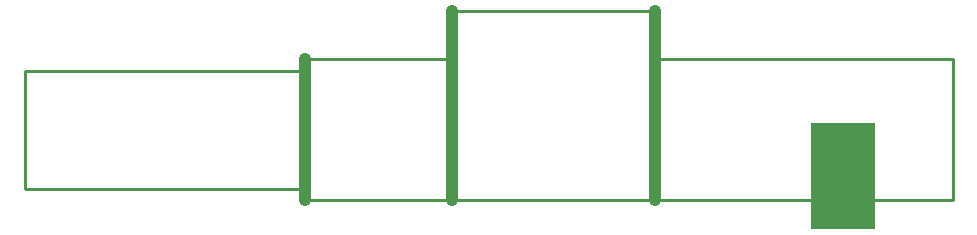
<source format=gko>
G04 Layer_Color=16711935*
%FSLAX25Y25*%
%MOIN*%
G70*
G01*
G75*
%ADD32C,0.01000*%
%ADD49C,0.03937*%
%ADD78R,0.21654X0.35827*%
D32*
X309252Y0D02*
Y47244D01*
X210236Y43307D02*
Y47244D01*
X210827Y0D02*
X309252D01*
X93405D02*
X210236D01*
X93406Y43307D02*
Y47244D01*
X93405Y43307D02*
Y47244D01*
X0Y43307D02*
X93405D01*
X0Y3937D02*
Y43307D01*
Y3937D02*
X93405D01*
X142323Y62992D02*
X210236D01*
X93405Y47244D02*
X142323D01*
X142323Y47244D01*
X210236Y47244D02*
X309252D01*
X210236Y47244D02*
X210236Y47244D01*
D49*
X142323Y0D02*
Y62992D01*
X93405Y0D02*
Y47244D01*
X93406Y0D02*
Y47244D01*
X210236Y0D02*
Y62992D01*
D78*
X272834Y8268D02*
D03*
M02*

</source>
